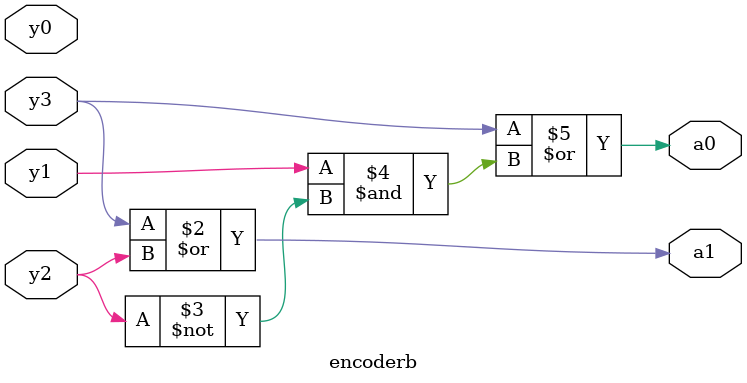
<source format=v>
`timescale 1ns / 1ps
module encoderb(y3,y2,y1,y0,a1,a0);
    input y3,y2,y1,y0;
    output reg a1,a0;
    
	 always @ (a1,a0)
	 begin
	  a1=y3|y2;
	  a0=y3|(y1&~y2);
	  end

	 
	  
 


endmodule

</source>
